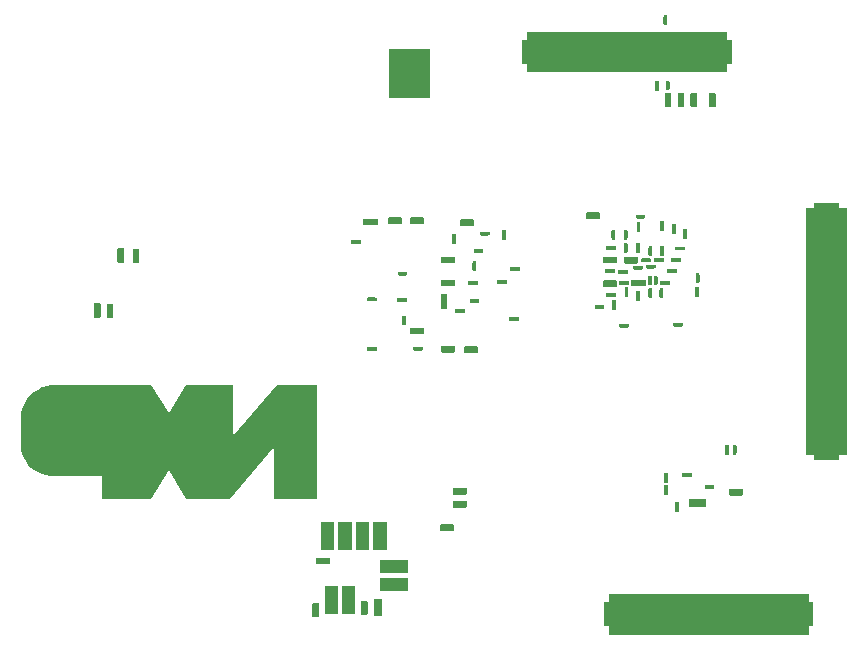
<source format=gbr>
%TF.GenerationSoftware,Altium Limited,Altium Designer,25.7.1 (20)*%
G04 Layer_Color=6983029*
%FSLAX45Y45*%
%MOMM*%
%TF.SameCoordinates,1AA72D45-9F13-4BD8-B423-63960E99F270*%
%TF.FilePolarity,Positive*%
%TF.FileFunction,Other,Bottom_Component_Outline*%
%TF.Part,Single*%
G01*
G75*
G36*
X5468188Y6029909D02*
X5469687D01*
Y5966917D01*
X5468188D01*
Y5956706D01*
X5438165D01*
Y5966917D01*
X5436667D01*
Y6029909D01*
X5438165D01*
Y6040120D01*
X5468188D01*
Y6029909D01*
D02*
G37*
G36*
X5973140Y5830316D02*
X6013856D01*
Y5625338D01*
X5973140D01*
Y5556758D01*
X4282567D01*
Y5625338D01*
X4241851D01*
Y5830316D01*
X4282567D01*
Y5898896D01*
X5973140D01*
Y5830316D01*
D02*
G37*
G36*
X5487289Y5477485D02*
X5488788D01*
Y5414493D01*
X5487289D01*
Y5404282D01*
X5457266D01*
Y5414493D01*
X5455768D01*
Y5477485D01*
X5457266D01*
Y5487695D01*
X5487289D01*
Y5477485D01*
D02*
G37*
G36*
X5396916Y5476824D02*
X5398414D01*
Y5413832D01*
X5396916D01*
Y5403621D01*
X5366893D01*
Y5413832D01*
X5365394D01*
Y5476824D01*
X5366893D01*
Y5487035D01*
X5396916D01*
Y5476824D01*
D02*
G37*
G36*
X3456610Y5339766D02*
X3114472D01*
Y5751754D01*
X3456610D01*
Y5339766D01*
D02*
G37*
G36*
X5718200Y5374792D02*
X5720309D01*
Y5269789D01*
X5718200D01*
Y5261889D01*
X5667400D01*
Y5269789D01*
X5665292D01*
Y5374792D01*
X5667400D01*
Y5382692D01*
X5718200D01*
Y5374792D01*
D02*
G37*
G36*
X5609692Y5373980D02*
X5611800D01*
Y5268976D01*
X5609692D01*
Y5261077D01*
X5558892D01*
Y5268976D01*
X5556783D01*
Y5373980D01*
X5558892D01*
Y5381879D01*
X5609692D01*
Y5373980D01*
D02*
G37*
G36*
X5500040Y5373700D02*
X5502148D01*
Y5268697D01*
X5500040D01*
Y5260797D01*
X5449240D01*
Y5268697D01*
X5447132D01*
Y5373700D01*
X5449240D01*
Y5381600D01*
X5500040D01*
Y5373700D01*
D02*
G37*
G36*
X5876874Y5373192D02*
X5878982D01*
Y5268189D01*
X5876874D01*
Y5260289D01*
X5826074D01*
Y5268189D01*
X5823966D01*
Y5373192D01*
X5826074D01*
Y5381092D01*
X5876874D01*
Y5373192D01*
D02*
G37*
G36*
X5273345Y4351604D02*
X5283556D01*
Y4321581D01*
X5273345D01*
Y4320083D01*
X5210353D01*
Y4321581D01*
X5200142D01*
Y4351604D01*
X5210353D01*
Y4353103D01*
X5273345D01*
Y4351604D01*
D02*
G37*
G36*
X4892650Y4369333D02*
X4900549D01*
Y4318533D01*
X4892650D01*
Y4316425D01*
X4787646D01*
Y4318533D01*
X4779747D01*
Y4369333D01*
X4787646D01*
Y4371442D01*
X4892650D01*
Y4369333D01*
D02*
G37*
G36*
X3216097Y4328211D02*
X3223997D01*
Y4277411D01*
X3216097D01*
Y4275303D01*
X3111094D01*
Y4277411D01*
X3103194D01*
Y4328211D01*
X3111094D01*
Y4330319D01*
X3216097D01*
Y4328211D01*
D02*
G37*
G36*
X3404032Y4326611D02*
X3411931D01*
Y4275811D01*
X3404032D01*
Y4273702D01*
X3299028D01*
Y4275811D01*
X3291129D01*
Y4326611D01*
X3299028D01*
Y4328719D01*
X3404032D01*
Y4326611D01*
D02*
G37*
G36*
X3007970Y4316527D02*
X3015869D01*
Y4265727D01*
X3007970D01*
Y4263619D01*
X2902966D01*
Y4265727D01*
X2895067D01*
Y4316527D01*
X2902966D01*
Y4318635D01*
X3007970D01*
Y4316527D01*
D02*
G37*
G36*
X3826942Y4311548D02*
X3834841D01*
Y4260748D01*
X3826942D01*
Y4258640D01*
X3721938D01*
Y4260748D01*
X3714039D01*
Y4311548D01*
X3721938D01*
Y4313657D01*
X3826942D01*
Y4311548D01*
D02*
G37*
G36*
X5440172Y4287876D02*
X5441671D01*
Y4224884D01*
X5440172D01*
Y4214673D01*
X5410149D01*
Y4224884D01*
X5408651D01*
Y4287876D01*
X5410149D01*
Y4298086D01*
X5440172D01*
Y4287876D01*
D02*
G37*
G36*
X5240045Y4278249D02*
X5241544D01*
Y4215257D01*
X5240045D01*
Y4205046D01*
X5210023D01*
Y4215257D01*
X5208524D01*
Y4278249D01*
X5210023D01*
Y4288460D01*
X5240045D01*
Y4278249D01*
D02*
G37*
G36*
X5540070Y4265117D02*
X5541569D01*
Y4202125D01*
X5540070D01*
Y4191914D01*
X5510047D01*
Y4202125D01*
X5508549D01*
Y4265117D01*
X5510047D01*
Y4275328D01*
X5540070D01*
Y4265117D01*
D02*
G37*
G36*
X3955263Y4207561D02*
X3965473D01*
Y4177538D01*
X3955263D01*
Y4176039D01*
X3892271D01*
Y4177538D01*
X3882060D01*
Y4207561D01*
X3892271D01*
Y4209059D01*
X3955263D01*
Y4207561D01*
D02*
G37*
G36*
X5635625Y4221658D02*
X5637124D01*
Y4158666D01*
X5635625D01*
Y4148455D01*
X5605602D01*
Y4158666D01*
X5604104D01*
Y4221658D01*
X5605602D01*
Y4231869D01*
X5635625D01*
Y4221658D01*
D02*
G37*
G36*
X5131791Y4215105D02*
X5133289D01*
Y4152113D01*
X5131791D01*
Y4141902D01*
X5101768D01*
Y4152113D01*
X5100269D01*
Y4215105D01*
X5101768D01*
Y4225315D01*
X5131791D01*
Y4215105D01*
D02*
G37*
G36*
X5027498Y4213860D02*
X5028997D01*
Y4150868D01*
X5027498D01*
Y4140657D01*
X4997475D01*
Y4150868D01*
X4995977D01*
Y4213860D01*
X4997475D01*
Y4224071D01*
X5027498D01*
Y4213860D01*
D02*
G37*
G36*
X4100576Y4212463D02*
X4102075D01*
Y4149471D01*
X4100576D01*
Y4139260D01*
X4070553D01*
Y4149471D01*
X4069055D01*
Y4212463D01*
X4070553D01*
Y4222674D01*
X4100576D01*
Y4212463D01*
D02*
G37*
G36*
X3677717Y4178554D02*
X3679215D01*
Y4115562D01*
X3677717D01*
Y4105351D01*
X3647694D01*
Y4115562D01*
X3646195D01*
Y4178554D01*
X3647694D01*
Y4188765D01*
X3677717D01*
Y4178554D01*
D02*
G37*
G36*
X2866949Y4134688D02*
X2877160D01*
Y4104665D01*
X2866949D01*
Y4103167D01*
X2803957D01*
Y4104665D01*
X2793746D01*
Y4134688D01*
X2803957D01*
Y4136187D01*
X2866949D01*
Y4134688D01*
D02*
G37*
G36*
X5024603Y4084295D02*
X5034813D01*
Y4054272D01*
X5024603D01*
Y4052773D01*
X4961611D01*
Y4054272D01*
X4951400D01*
Y4084295D01*
X4961611D01*
Y4085793D01*
X5024603D01*
Y4084295D01*
D02*
G37*
G36*
X5606644Y4080815D02*
X5616854D01*
Y4050792D01*
X5606644D01*
Y4049293D01*
X5543652D01*
Y4050792D01*
X5533441D01*
Y4080815D01*
X5543652D01*
Y4082313D01*
X5606644D01*
Y4080815D01*
D02*
G37*
G36*
X5238267Y4104234D02*
X5239766D01*
Y4041242D01*
X5238267D01*
Y4031031D01*
X5208245D01*
Y4041242D01*
X5206746D01*
Y4104234D01*
X5208245D01*
Y4114444D01*
X5238267D01*
Y4104234D01*
D02*
G37*
G36*
X5131791Y4103497D02*
X5133289D01*
Y4040505D01*
X5131791D01*
Y4030294D01*
X5101768D01*
Y4040505D01*
X5100269D01*
Y4103497D01*
X5101768D01*
Y4113708D01*
X5131791D01*
Y4103497D01*
D02*
G37*
G36*
X3902405Y4057980D02*
X3912616D01*
Y4027957D01*
X3902405D01*
Y4026459D01*
X3839413D01*
Y4027957D01*
X3829202D01*
Y4057980D01*
X3839413D01*
Y4059479D01*
X3902405D01*
Y4057980D01*
D02*
G37*
G36*
X5439969Y4079824D02*
X5441467D01*
Y4016832D01*
X5439969D01*
Y4006621D01*
X5409946D01*
Y4016832D01*
X5408447D01*
Y4079824D01*
X5409946D01*
Y4090035D01*
X5439969D01*
Y4079824D01*
D02*
G37*
G36*
X5341493Y4074287D02*
X5342992D01*
Y4011295D01*
X5341493D01*
Y4001084D01*
X5311470D01*
Y4011295D01*
X5309972D01*
Y4074287D01*
X5311470D01*
Y4084498D01*
X5341493D01*
Y4074287D01*
D02*
G37*
G36*
X5574538Y3983761D02*
X5584749D01*
Y3953739D01*
X5574538D01*
Y3952240D01*
X5511546D01*
Y3953739D01*
X5501335D01*
Y3983761D01*
X5511546D01*
Y3985260D01*
X5574538D01*
Y3983761D01*
D02*
G37*
G36*
X5428234Y3982872D02*
X5438445D01*
Y3952850D01*
X5428234D01*
Y3951351D01*
X5365242D01*
Y3952850D01*
X5355031D01*
Y3982872D01*
X5365242D01*
Y3984371D01*
X5428234D01*
Y3982872D01*
D02*
G37*
G36*
X5319776Y3980256D02*
X5329987D01*
Y3950233D01*
X5319776D01*
Y3948735D01*
X5256784D01*
Y3950233D01*
X5246573D01*
Y3980256D01*
X5256784D01*
Y3981755D01*
X5319776D01*
Y3980256D01*
D02*
G37*
G36*
X866978Y4059225D02*
X869086D01*
Y3954221D01*
X866978D01*
Y3946322D01*
X816178D01*
Y3954221D01*
X814070D01*
Y4059225D01*
X816178D01*
Y4067124D01*
X866978D01*
Y4059225D01*
D02*
G37*
G36*
X995680Y4054932D02*
X997788D01*
Y3949929D01*
X995680D01*
Y3942029D01*
X944880D01*
Y3949929D01*
X942772D01*
Y4054932D01*
X944880D01*
Y4062832D01*
X995680D01*
Y4054932D01*
D02*
G37*
G36*
X5035601Y3994810D02*
X5043500D01*
Y3944010D01*
X5035601D01*
Y3941902D01*
X4930597D01*
Y3944010D01*
X4922698D01*
Y3994810D01*
X4930597D01*
Y3996919D01*
X5035601D01*
Y3994810D01*
D02*
G37*
G36*
X3662223Y3993921D02*
X3670122D01*
Y3943121D01*
X3662223D01*
Y3941013D01*
X3557219D01*
Y3943121D01*
X3549320D01*
Y3993921D01*
X3557219D01*
Y3996030D01*
X3662223D01*
Y3993921D01*
D02*
G37*
G36*
X5212283Y3991051D02*
X5220183D01*
Y3940251D01*
X5212283D01*
Y3938143D01*
X5107280D01*
Y3940251D01*
X5099380D01*
Y3991051D01*
X5107280D01*
Y3993159D01*
X5212283D01*
Y3991051D01*
D02*
G37*
G36*
X5359476Y3926815D02*
X5369687D01*
Y3896792D01*
X5359476D01*
Y3895293D01*
X5296484D01*
Y3896792D01*
X5286273D01*
Y3926815D01*
X5296484D01*
Y3928313D01*
X5359476D01*
Y3926815D01*
D02*
G37*
G36*
X5251272Y3918560D02*
X5261483D01*
Y3888537D01*
X5251272D01*
Y3887038D01*
X5188280D01*
Y3888537D01*
X5178069D01*
Y3918560D01*
X5188280D01*
Y3920058D01*
X5251272D01*
Y3918560D01*
D02*
G37*
G36*
X4212107Y3908095D02*
X4222318D01*
Y3878072D01*
X4212107D01*
Y3876573D01*
X4149115D01*
Y3878072D01*
X4138905D01*
Y3908095D01*
X4149115D01*
Y3909593D01*
X4212107D01*
Y3908095D01*
D02*
G37*
G36*
X3850615Y3946449D02*
X3852113D01*
Y3883457D01*
X3850615D01*
Y3873246D01*
X3820592D01*
Y3883457D01*
X3819093D01*
Y3946449D01*
X3820592D01*
Y3956660D01*
X3850615D01*
Y3946449D01*
D02*
G37*
G36*
X5541620Y3888664D02*
X5551830D01*
Y3858641D01*
X5541620D01*
Y3857142D01*
X5478628D01*
Y3858641D01*
X5468417D01*
Y3888664D01*
X5478628D01*
Y3890162D01*
X5541620D01*
Y3888664D01*
D02*
G37*
G36*
X5018659D02*
X5028870D01*
Y3858641D01*
X5018659D01*
Y3857142D01*
X4955667D01*
Y3858641D01*
X4945456D01*
Y3888664D01*
X4955667D01*
Y3890162D01*
X5018659D01*
Y3888664D01*
D02*
G37*
G36*
X5127904Y3882314D02*
X5138115D01*
Y3852291D01*
X5127904D01*
Y3850792D01*
X5064912D01*
Y3852291D01*
X5054702D01*
Y3882314D01*
X5064912D01*
Y3883812D01*
X5127904D01*
Y3882314D01*
D02*
G37*
G36*
X3259226Y3868039D02*
X3269437D01*
Y3838016D01*
X3259226D01*
Y3836518D01*
X3196234D01*
Y3838016D01*
X3186024D01*
Y3868039D01*
X3196234D01*
Y3869538D01*
X3259226D01*
Y3868039D01*
D02*
G37*
G36*
X5740476Y3845585D02*
X5741975D01*
Y3782593D01*
X5740476D01*
Y3772383D01*
X5710453D01*
Y3782593D01*
X5708955D01*
Y3845585D01*
X5710453D01*
Y3855796D01*
X5740476D01*
Y3845585D01*
D02*
G37*
G36*
X4104691Y3796741D02*
X4114902D01*
Y3766718D01*
X4104691D01*
Y3765220D01*
X4041699D01*
Y3766718D01*
X4031488D01*
Y3796741D01*
X4041699D01*
Y3798240D01*
X4104691D01*
Y3796741D01*
D02*
G37*
G36*
X5483885Y3789197D02*
X5494096D01*
Y3759175D01*
X5483885D01*
Y3757676D01*
X5420893D01*
Y3759175D01*
X5410683D01*
Y3789197D01*
X5420893D01*
Y3790696D01*
X5483885D01*
Y3789197D01*
D02*
G37*
G36*
X5136794Y3788791D02*
X5147005D01*
Y3758768D01*
X5136794D01*
Y3757270D01*
X5073802D01*
Y3758768D01*
X5063592D01*
Y3788791D01*
X5073802D01*
Y3790290D01*
X5136794D01*
Y3788791D01*
D02*
G37*
G36*
X3852977Y3786759D02*
X3863188D01*
Y3756736D01*
X3852977D01*
Y3755238D01*
X3789985D01*
Y3756736D01*
X3779774D01*
Y3786759D01*
X3789985D01*
Y3788258D01*
X3852977D01*
Y3786759D01*
D02*
G37*
G36*
X5335956Y3827069D02*
X5337454D01*
Y3764077D01*
X5335956D01*
Y3753866D01*
X5305933D01*
Y3764077D01*
X5304434D01*
Y3827069D01*
X5305933D01*
Y3837280D01*
X5335956D01*
Y3827069D01*
D02*
G37*
G36*
X5385333Y3826815D02*
X5386832D01*
Y3763823D01*
X5385333D01*
Y3753612D01*
X5355311D01*
Y3763823D01*
X5353812D01*
Y3826815D01*
X5355311D01*
Y3837026D01*
X5385333D01*
Y3826815D01*
D02*
G37*
G36*
X3663315Y3801415D02*
X3671214D01*
Y3750615D01*
X3663315D01*
Y3748507D01*
X3558311D01*
Y3750615D01*
X3550412D01*
Y3801415D01*
X3558311D01*
Y3803523D01*
X3663315D01*
Y3801415D01*
D02*
G37*
G36*
X5278425Y3797986D02*
X5286324D01*
Y3747186D01*
X5278425D01*
Y3745078D01*
X5173421D01*
Y3747186D01*
X5165522D01*
Y3797986D01*
X5173421D01*
Y3800094D01*
X5278425D01*
Y3797986D01*
D02*
G37*
G36*
X5035906Y3794912D02*
X5043805D01*
Y3744112D01*
X5035906D01*
Y3742004D01*
X4930902D01*
Y3744112D01*
X4923003D01*
Y3794912D01*
X4930902D01*
Y3797021D01*
X5035906D01*
Y3794912D01*
D02*
G37*
G36*
X5734939Y3728085D02*
X5736438D01*
Y3665093D01*
X5734939D01*
Y3654882D01*
X5704916D01*
Y3665093D01*
X5703418D01*
Y3728085D01*
X5704916D01*
Y3738296D01*
X5734939D01*
Y3728085D01*
D02*
G37*
G36*
X5022367Y3686073D02*
X5032578D01*
Y3656051D01*
X5022367D01*
Y3654552D01*
X4959375D01*
Y3656051D01*
X4949165D01*
Y3686073D01*
X4959375D01*
Y3687572D01*
X5022367D01*
Y3686073D01*
D02*
G37*
G36*
X5138776Y3727171D02*
X5140274D01*
Y3664179D01*
X5138776D01*
Y3653968D01*
X5108753D01*
Y3664179D01*
X5107254D01*
Y3727171D01*
X5108753D01*
Y3737381D01*
X5138776D01*
Y3727171D01*
D02*
G37*
G36*
X5341087Y3721456D02*
X5342585D01*
Y3658464D01*
X5341087D01*
Y3648253D01*
X5311064D01*
Y3658464D01*
X5309565D01*
Y3721456D01*
X5311064D01*
Y3731666D01*
X5341087D01*
Y3721456D01*
D02*
G37*
G36*
X5433517Y3718230D02*
X5435016D01*
Y3655238D01*
X5433517D01*
Y3645027D01*
X5403494D01*
Y3655238D01*
X5401996D01*
Y3718230D01*
X5403494D01*
Y3728441D01*
X5433517D01*
Y3718230D01*
D02*
G37*
G36*
X5236007Y3695852D02*
X5237505D01*
Y3632860D01*
X5236007D01*
Y3622650D01*
X5205984D01*
Y3632860D01*
X5204485D01*
Y3695852D01*
X5205984D01*
Y3706063D01*
X5236007D01*
Y3695852D01*
D02*
G37*
G36*
X2998445Y3650259D02*
X3008655D01*
Y3620237D01*
X2998445D01*
Y3618738D01*
X2935453D01*
Y3620237D01*
X2925242D01*
Y3650259D01*
X2935453D01*
Y3651758D01*
X2998445D01*
Y3650259D01*
D02*
G37*
G36*
X3256991Y3646602D02*
X3267202D01*
Y3616579D01*
X3256991D01*
Y3615080D01*
X3193999D01*
Y3616579D01*
X3183788D01*
Y3646602D01*
X3193999D01*
Y3648100D01*
X3256991D01*
Y3646602D01*
D02*
G37*
G36*
X3867887Y3636721D02*
X3878097D01*
Y3606698D01*
X3867887D01*
Y3605200D01*
X3804895D01*
Y3606698D01*
X3794684D01*
Y3636721D01*
X3804895D01*
Y3638220D01*
X3867887D01*
Y3636721D01*
D02*
G37*
G36*
X3603142Y3669665D02*
X3605251D01*
Y3564661D01*
X3603142D01*
Y3556762D01*
X3552342D01*
Y3564661D01*
X3550234D01*
Y3669665D01*
X3552342D01*
Y3677564D01*
X3603142D01*
Y3669665D01*
D02*
G37*
G36*
X4926457Y3585464D02*
X4936668D01*
Y3555441D01*
X4926457D01*
Y3553943D01*
X4863465D01*
Y3555441D01*
X4853254D01*
Y3585464D01*
X4863465D01*
Y3586963D01*
X4926457D01*
Y3585464D01*
D02*
G37*
G36*
X5035220Y3620033D02*
X5036718D01*
Y3557041D01*
X5035220D01*
Y3546831D01*
X5005197D01*
Y3557041D01*
X5003698D01*
Y3620033D01*
X5005197D01*
Y3630244D01*
X5035220D01*
Y3620033D01*
D02*
G37*
G36*
X3744341Y3552165D02*
X3754552D01*
Y3522142D01*
X3744341D01*
Y3520643D01*
X3681349D01*
Y3522142D01*
X3671138D01*
Y3552165D01*
X3681349D01*
Y3553663D01*
X3744341D01*
Y3552165D01*
D02*
G37*
G36*
X669595Y3592855D02*
X671703D01*
Y3487852D01*
X669595D01*
Y3479952D01*
X618795D01*
Y3487852D01*
X616687D01*
Y3592855D01*
X618795D01*
Y3600755D01*
X669595D01*
Y3592855D01*
D02*
G37*
G36*
X777494Y3589122D02*
X779602D01*
Y3484118D01*
X777494D01*
Y3476219D01*
X726694D01*
Y3484118D01*
X724586D01*
Y3589122D01*
X726694D01*
Y3597021D01*
X777494D01*
Y3589122D01*
D02*
G37*
G36*
X4204589Y3484956D02*
X4214800D01*
Y3454933D01*
X4204589D01*
Y3453435D01*
X4141597D01*
Y3454933D01*
X4131386D01*
Y3484956D01*
X4141597D01*
Y3486455D01*
X4204589D01*
Y3484956D01*
D02*
G37*
G36*
X3257220Y3488207D02*
X3258718D01*
Y3425215D01*
X3257220D01*
Y3415005D01*
X3227197D01*
Y3425215D01*
X3225698D01*
Y3488207D01*
X3227197D01*
Y3498418D01*
X3257220D01*
Y3488207D01*
D02*
G37*
G36*
X5589829Y3435883D02*
X5600040D01*
Y3405861D01*
X5589829D01*
Y3404362D01*
X5526837D01*
Y3405861D01*
X5516626D01*
Y3435883D01*
X5526837D01*
Y3437382D01*
X5589829D01*
Y3435883D01*
D02*
G37*
G36*
X5133518Y3427628D02*
X5143729D01*
Y3397606D01*
X5133518D01*
Y3396107D01*
X5070526D01*
Y3397606D01*
X5060315D01*
Y3427628D01*
X5070526D01*
Y3429127D01*
X5133518D01*
Y3427628D01*
D02*
G37*
G36*
X3402254Y3394024D02*
X3410153D01*
Y3343224D01*
X3402254D01*
Y3341116D01*
X3297250D01*
Y3343224D01*
X3289351D01*
Y3394024D01*
X3297250D01*
Y3396132D01*
X3402254D01*
Y3394024D01*
D02*
G37*
G36*
X3388766Y3233801D02*
X3398977D01*
Y3203778D01*
X3388766D01*
Y3202280D01*
X3325774D01*
Y3203778D01*
X3315564D01*
Y3233801D01*
X3325774D01*
Y3235300D01*
X3388766D01*
Y3233801D01*
D02*
G37*
G36*
X3000019Y3230169D02*
X3010230D01*
Y3200146D01*
X3000019D01*
Y3198647D01*
X2937027D01*
Y3200146D01*
X2926817D01*
Y3230169D01*
X2937027D01*
Y3231667D01*
X3000019D01*
Y3230169D01*
D02*
G37*
G36*
X3667049Y3236798D02*
X3674948D01*
Y3185998D01*
X3667049D01*
Y3183890D01*
X3562045D01*
Y3185998D01*
X3554146D01*
Y3236798D01*
X3562045D01*
Y3238906D01*
X3667049D01*
Y3236798D01*
D02*
G37*
G36*
X3858336Y3234715D02*
X3866236D01*
Y3183915D01*
X3858336D01*
Y3181807D01*
X3753333D01*
Y3183915D01*
X3745433D01*
Y3234715D01*
X3753333D01*
Y3236824D01*
X3858336D01*
Y3234715D01*
D02*
G37*
G36*
X5988660Y2394306D02*
X5990158D01*
Y2331314D01*
X5988660D01*
Y2321103D01*
X5958637D01*
Y2331314D01*
X5957138D01*
Y2394306D01*
X5958637D01*
Y2404516D01*
X5988660D01*
Y2394306D01*
D02*
G37*
G36*
X6054217Y2394179D02*
X6055716D01*
Y2331187D01*
X6054217D01*
Y2320976D01*
X6024194D01*
Y2331187D01*
X6022696D01*
Y2394179D01*
X6024194D01*
Y2404389D01*
X6054217D01*
Y2394179D01*
D02*
G37*
G36*
X6919087Y4409719D02*
X6987667D01*
Y2319147D01*
X6919087D01*
Y2278431D01*
X6714109D01*
Y2319147D01*
X6645529D01*
Y4409719D01*
X6714109D01*
Y4450436D01*
X6919087D01*
Y4409719D01*
D02*
G37*
G36*
X5666003Y2162150D02*
X5676214D01*
Y2132127D01*
X5666003D01*
Y2130628D01*
X5603011D01*
Y2132127D01*
X5592801D01*
Y2162150D01*
X5603011D01*
Y2163648D01*
X5666003D01*
Y2162150D01*
D02*
G37*
G36*
X5474538Y2155342D02*
X5476037D01*
Y2092350D01*
X5474538D01*
Y2082140D01*
X5444515D01*
Y2092350D01*
X5443017D01*
Y2155342D01*
X5444515D01*
Y2165553D01*
X5474538D01*
Y2155342D01*
D02*
G37*
G36*
X5857621Y2063090D02*
X5867832D01*
Y2033067D01*
X5857621D01*
Y2031568D01*
X5794629D01*
Y2033067D01*
X5784418D01*
Y2063090D01*
X5794629D01*
Y2064588D01*
X5857621D01*
Y2063090D01*
D02*
G37*
G36*
X3763696Y2035404D02*
X3771595D01*
Y1984604D01*
X3763696D01*
Y1982495D01*
X3658692D01*
Y1984604D01*
X3650793D01*
Y2035404D01*
X3658692D01*
Y2037512D01*
X3763696D01*
Y2035404D01*
D02*
G37*
G36*
X5473751Y2049602D02*
X5475249D01*
Y1986610D01*
X5473751D01*
Y1976399D01*
X5443728D01*
Y1986610D01*
X5442229D01*
Y2049602D01*
X5443728D01*
Y2059813D01*
X5473751D01*
Y2049602D01*
D02*
G37*
G36*
X6103823Y2025904D02*
X6111723D01*
Y1975104D01*
X6103823D01*
Y1972996D01*
X5998820D01*
Y1975104D01*
X5990920D01*
Y2025904D01*
X5998820D01*
Y2028012D01*
X6103823D01*
Y2025904D01*
D02*
G37*
G36*
X313207Y2909468D02*
X1098245Y2909468D01*
X1246683Y2670581D01*
X1395120Y2909468D01*
X1792783D01*
Y2477846D01*
X2162099Y2909468D01*
X2503983D01*
Y1949348D01*
X2138223D01*
Y2383561D01*
X1766367Y1949348D01*
X1395120D01*
X1246683Y2188235D01*
X1098245Y1949348D01*
X682803D01*
Y2139848D01*
X260858D01*
X260858Y2139848D01*
X243178Y2140255D01*
X208219Y2145629D01*
X174248Y2155473D01*
X141832Y2169624D01*
X111516Y2187842D01*
X83808Y2209825D01*
X59171Y2235202D01*
X38018Y2263548D01*
X20704Y2294390D01*
X7519Y2327210D01*
X-1316Y2361458D01*
X-5654Y2396560D01*
X-5537Y2414245D01*
X-5537Y2622550D01*
X-5537D01*
X-5364Y2642676D01*
X525Y2682496D01*
X11844Y2721124D01*
X28377Y2757826D01*
X49808Y2791899D01*
X75730Y2822694D01*
X105648Y2849624D01*
X138991Y2872176D01*
X175122Y2889919D01*
X213354Y2902514D01*
X252956Y2909722D01*
X293174Y2911405D01*
X313207Y2909468D01*
D02*
G37*
G36*
X5794832Y1878254D02*
X5654116D01*
Y1943278D01*
X5794832D01*
Y1878254D01*
D02*
G37*
G36*
X3763721Y1924685D02*
X3771621D01*
Y1873885D01*
X3763721D01*
Y1871777D01*
X3658718D01*
Y1873885D01*
X3650818D01*
Y1924685D01*
X3658718D01*
Y1926793D01*
X3763721D01*
Y1924685D01*
D02*
G37*
G36*
X5567451Y1907997D02*
X5568950D01*
Y1845005D01*
X5567451D01*
Y1834794D01*
X5537429D01*
Y1845005D01*
X5535930D01*
Y1907997D01*
X5537429D01*
Y1918208D01*
X5567451D01*
Y1907997D01*
D02*
G37*
G36*
X3656203Y1729156D02*
X3664102D01*
Y1678356D01*
X3656203D01*
Y1676248D01*
X3551199D01*
Y1678356D01*
X3543300D01*
Y1729156D01*
X3551199D01*
Y1731264D01*
X3656203D01*
Y1729156D01*
D02*
G37*
G36*
X3092145Y1517091D02*
X2980385D01*
Y1753311D01*
X3092145D01*
Y1517091D01*
D02*
G37*
G36*
X2945155Y1516405D02*
X2833395D01*
Y1752625D01*
X2945155D01*
Y1516405D01*
D02*
G37*
G36*
X2796769Y1515923D02*
X2685009D01*
Y1752143D01*
X2796769D01*
Y1515923D01*
D02*
G37*
G36*
X2646096Y1512214D02*
X2534336D01*
Y1748434D01*
X2646096D01*
Y1512214D01*
D02*
G37*
G36*
X2604186Y1445819D02*
X2612085D01*
Y1395019D01*
X2604186D01*
Y1392911D01*
X2499182D01*
Y1395019D01*
X2491283D01*
Y1445819D01*
X2499182D01*
Y1447927D01*
X2604186D01*
Y1445819D01*
D02*
G37*
G36*
X3275152Y1319454D02*
X3038932D01*
Y1431214D01*
X3275152D01*
Y1319454D01*
D02*
G37*
G36*
X3277184Y1167968D02*
X3040964D01*
Y1279728D01*
X3277184D01*
Y1167968D01*
D02*
G37*
G36*
X2679192Y970864D02*
X2567432D01*
Y1207084D01*
X2679192D01*
Y970864D01*
D02*
G37*
G36*
X2828315Y970839D02*
X2716555D01*
Y1207059D01*
X2828315D01*
Y970839D01*
D02*
G37*
G36*
X2929992Y1076173D02*
X2932100D01*
Y971169D01*
X2929992D01*
Y963270D01*
X2879192D01*
Y971169D01*
X2877083D01*
Y1076173D01*
X2879192D01*
Y1084072D01*
X2929992D01*
Y1076173D01*
D02*
G37*
G36*
X3052877Y957859D02*
X2987853D01*
Y1098575D01*
X3052877D01*
Y957859D01*
D02*
G37*
G36*
X2516302Y1055091D02*
X2518410D01*
Y950087D01*
X2516302D01*
Y942188D01*
X2465502D01*
Y950087D01*
X2463394D01*
Y1055091D01*
X2465502D01*
Y1062990D01*
X2516302D01*
Y1055091D01*
D02*
G37*
G36*
X6665011Y1071397D02*
X6705727D01*
Y866419D01*
X6665011D01*
Y797839D01*
X4974438D01*
Y866419D01*
X4933721D01*
Y1071397D01*
X4974438D01*
Y1139977D01*
X6665011D01*
Y1071397D01*
D02*
G37*
%TF.MD5,a42d88bceb7d4ed102c0ce317ae3f74f*%
M02*

</source>
